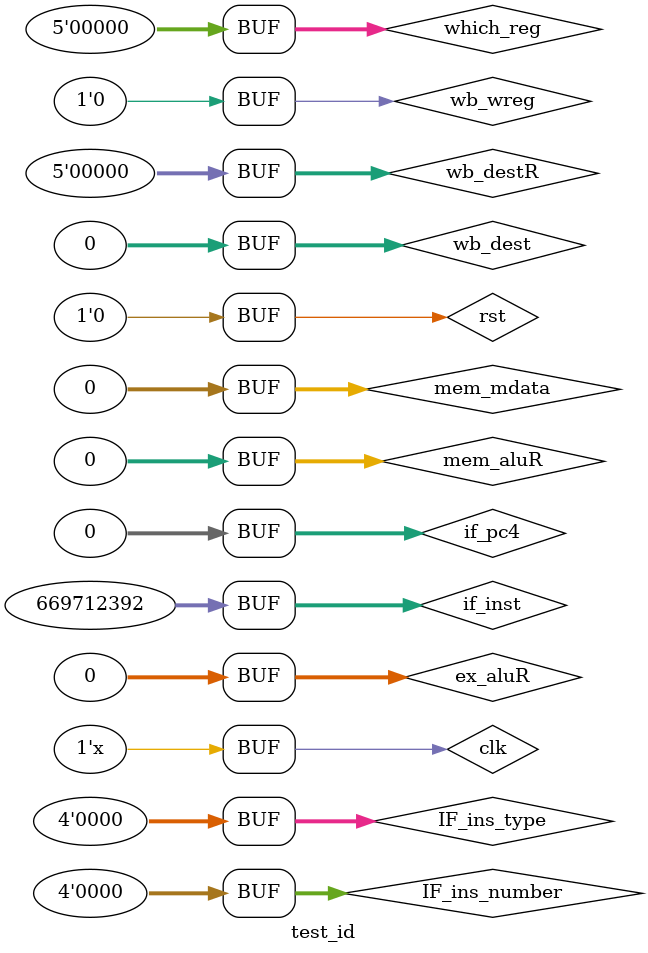
<source format=v>
`timescale 1ns / 1ps


module test_id;

	// Inputs
	reg clk;
	reg rst;
	reg [31:0] if_inst;
	reg [31:0] if_pc4;
	reg [4:0] wb_destR;
	reg [31:0] wb_dest;
	reg wb_wreg;
	reg [3:0] IF_ins_type;
	reg [3:0] IF_ins_number;
	reg [4:0] which_reg;
	reg [31:0] mem_aluR;
	reg [31:0] mem_mdata;
	reg [31:0] ex_aluR;

	// Outputs
	wire cu_wreg;
	wire cu_m2reg;
	wire cu_wmem;
	wire [3:0] cu_aluc;
	wire cu_shift;
	wire cu_aluimm;
	wire cu_branch;
	wire [31:0] id_pc4;
	wire [31:0] id_inA;
	wire [31:0] id_inB;
	wire [31:0] id_imm;
	wire [4:0] id_destR;
	wire cu_wpcir;
	wire [3:0] ID_ins_type;
	wire [3:0] ID_ins_number;
	wire [31:0] reg_content;

	// Instantiate the Unit Under Test (UUT)
	id_stage uut (
		.clk(clk), 
		.rst(rst), 
		.if_inst(if_inst), 
		.if_pc4(if_pc4), 
		.wb_destR(wb_destR), 
		.wb_dest(wb_dest), 
		.wb_wreg(wb_wreg), 
		.cu_wreg(cu_wreg), 
		.cu_m2reg(cu_m2reg), 
		.cu_wmem(cu_wmem), 
		.cu_aluc(cu_aluc), 
		.cu_shift(cu_shift), 
		.cu_aluimm(cu_aluimm), 
		.cu_branch(cu_branch), 
		.id_pc4(id_pc4), 
		.id_inA(id_inA), 
		.id_inB(id_inB), 
		.id_imm(id_imm), 
		.id_destR(id_destR), 
		.cu_wpcir(cu_wpcir), 
		.IF_ins_type(IF_ins_type), 
		.IF_ins_number(IF_ins_number), 
		.ID_ins_type(ID_ins_type), 
		.ID_ins_number(ID_ins_number), 
		.which_reg(which_reg), 
		.reg_content(reg_content), 
		.mem_aluR(mem_aluR), 
		.mem_mdata(mem_mdata), 
		.ex_aluR(ex_aluR)
	);
parameter FULL_CYC = 40, HALF_CYC = FULL_CYC/2;
	initial begin
		// Initialize Inputs
		clk = 0;
		rst = 0;
		if_inst = 0;
		if_pc4 = 0;
		wb_destR = 0;
		wb_dest = 0;
		wb_wreg = 0;
		IF_ins_type = 0;
		IF_ins_number = 0;
		which_reg = 0;
		mem_aluR = 0;
		mem_mdata = 0;
		ex_aluR = 0;

	// Wait 100 ns for global reset to finish
		#100;
        
		// Add stimulus here
			#15;if_inst[31:0]=32'h8c090014;
		
		#FULL_CYC;
		if_inst[31:0] = 32'h00a64004;
		
		#FULL_CYC;
		if_inst[31:0] = 32'h01074806;
		
		#FULL_CYC;
		if_inst[31:0] = 32'h01075007;
		
		#FULL_CYC;
		if_inst[31:0] = 32'h01075007;
		
		#FULL_CYC;
		if_inst[31:0] = 32'h0c000011;
		
		#FULL_CYC;
		if_inst[31:0] = 32'h016a6023;
		#FULL_CYC;
		if_inst[31:0] = 32'h27eb0008;
		
	end

	

	always #HALF_CYC clk = ~clk;

      
endmodule


</source>
